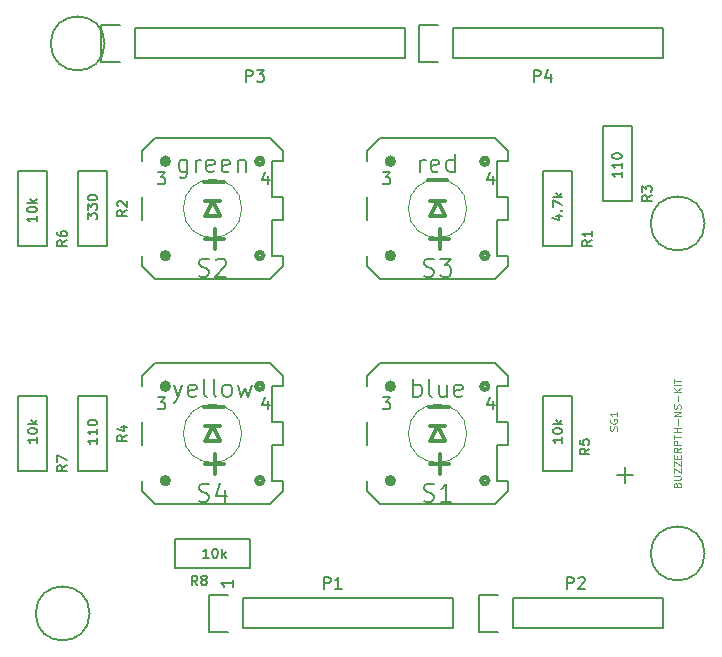
<source format=gto>
G04 #@! TF.FileFunction,Legend,Top*
%FSLAX46Y46*%
G04 Gerber Fmt 4.6, Leading zero omitted, Abs format (unit mm)*
G04 Created by KiCad (PCBNEW 4.0.1-4.201602120846+6195~38~ubuntu15.10.1-stable) date Mon 15 Feb 2016 03:11:55 PM IST*
%MOMM*%
G01*
G04 APERTURE LIST*
%ADD10C,0.100000*%
%ADD11C,0.150000*%
%ADD12C,0.203200*%
%ADD13C,0.304800*%
%ADD14C,0.101600*%
%ADD15C,0.449580*%
%ADD16C,0.127000*%
%ADD17C,0.152400*%
%ADD18C,0.330200*%
%ADD19C,0.050800*%
G04 APERTURE END LIST*
D10*
D11*
X139390381Y-120999285D02*
X139390381Y-121570714D01*
X139390381Y-121285000D02*
X138390381Y-121285000D01*
X138533238Y-121380238D01*
X138628476Y-121475476D01*
X138676095Y-121570714D01*
X140208000Y-125095000D02*
X157988000Y-125095000D01*
X157988000Y-125095000D02*
X157988000Y-122555000D01*
X157988000Y-122555000D02*
X140208000Y-122555000D01*
X137388000Y-125375000D02*
X138938000Y-125375000D01*
X140208000Y-125095000D02*
X140208000Y-122555000D01*
X138938000Y-122275000D02*
X137388000Y-122275000D01*
X137388000Y-122275000D02*
X137388000Y-125375000D01*
X163068000Y-125095000D02*
X175768000Y-125095000D01*
X175768000Y-125095000D02*
X175768000Y-122555000D01*
X175768000Y-122555000D02*
X163068000Y-122555000D01*
X160248000Y-125375000D02*
X161798000Y-125375000D01*
X163068000Y-125095000D02*
X163068000Y-122555000D01*
X161798000Y-122275000D02*
X160248000Y-122275000D01*
X160248000Y-122275000D02*
X160248000Y-125375000D01*
X131064000Y-76835000D02*
X153924000Y-76835000D01*
X153924000Y-76835000D02*
X153924000Y-74295000D01*
X153924000Y-74295000D02*
X131064000Y-74295000D01*
X128244000Y-77115000D02*
X129794000Y-77115000D01*
X131064000Y-76835000D02*
X131064000Y-74295000D01*
X129794000Y-74015000D02*
X128244000Y-74015000D01*
X128244000Y-74015000D02*
X128244000Y-77115000D01*
X157988000Y-76835000D02*
X175768000Y-76835000D01*
X175768000Y-76835000D02*
X175768000Y-74295000D01*
X175768000Y-74295000D02*
X157988000Y-74295000D01*
X155168000Y-77115000D02*
X156718000Y-77115000D01*
X157988000Y-76835000D02*
X157988000Y-74295000D01*
X156718000Y-74015000D02*
X155168000Y-74015000D01*
X155168000Y-74015000D02*
X155168000Y-77115000D01*
X127254000Y-123825000D02*
G75*
G03X127254000Y-123825000I-2286000J0D01*
G01*
X179324000Y-118745000D02*
G75*
G03X179324000Y-118745000I-2286000J0D01*
G01*
X128524000Y-75565000D02*
G75*
G03X128524000Y-75565000I-2286000J0D01*
G01*
X179324000Y-90805000D02*
G75*
G03X179324000Y-90805000I-2286000J0D01*
G01*
D12*
X165679120Y-92684600D02*
X168076880Y-92684600D01*
X168076880Y-92684600D02*
X168076880Y-86385400D01*
X168076880Y-86385400D02*
X165679120Y-86385400D01*
X165679120Y-86385400D02*
X165679120Y-92684600D01*
X126309120Y-92684600D02*
X128706880Y-92684600D01*
X128706880Y-92684600D02*
X128706880Y-86385400D01*
X128706880Y-86385400D02*
X126309120Y-86385400D01*
X126309120Y-86385400D02*
X126309120Y-92684600D01*
X173156880Y-82575400D02*
X170759120Y-82575400D01*
X170759120Y-82575400D02*
X170759120Y-88874600D01*
X170759120Y-88874600D02*
X173156880Y-88874600D01*
X173156880Y-88874600D02*
X173156880Y-82575400D01*
X126309120Y-111734600D02*
X128706880Y-111734600D01*
X128706880Y-111734600D02*
X128706880Y-105435400D01*
X128706880Y-105435400D02*
X126309120Y-105435400D01*
X126309120Y-105435400D02*
X126309120Y-111734600D01*
X165679120Y-111734600D02*
X168076880Y-111734600D01*
X168076880Y-111734600D02*
X168076880Y-105435400D01*
X168076880Y-105435400D02*
X165679120Y-105435400D01*
X165679120Y-105435400D02*
X165679120Y-111734600D01*
X123626880Y-86385400D02*
X121229120Y-86385400D01*
X121229120Y-86385400D02*
X121229120Y-92684600D01*
X121229120Y-92684600D02*
X123626880Y-92684600D01*
X123626880Y-92684600D02*
X123626880Y-86385400D01*
X121229120Y-111734600D02*
X123626880Y-111734600D01*
X123626880Y-111734600D02*
X123626880Y-105435400D01*
X123626880Y-105435400D02*
X121229120Y-105435400D01*
X121229120Y-105435400D02*
X121229120Y-111734600D01*
X134518400Y-117546120D02*
X134518400Y-119943880D01*
X134518400Y-119943880D02*
X140817600Y-119943880D01*
X140817600Y-119943880D02*
X140817600Y-117546120D01*
X140817600Y-117546120D02*
X134518400Y-117546120D01*
X150718520Y-112582960D02*
X150718520Y-113433860D01*
X151869140Y-114584480D02*
X161566860Y-114584480D01*
X162717480Y-113433860D02*
X162717480Y-112582960D01*
X162717480Y-109583220D02*
X162717480Y-107586780D01*
X162717480Y-104587040D02*
X162717480Y-103736140D01*
X161566860Y-102585520D02*
X151869140Y-102585520D01*
X150718520Y-103736140D02*
X150718520Y-104587040D01*
X150718520Y-107586780D02*
X150718520Y-109583220D01*
X161566860Y-114584480D02*
X162717480Y-113433860D01*
X150718520Y-113433860D02*
X151869140Y-114584480D01*
X151869140Y-102585520D02*
X150718520Y-103736140D01*
X162717480Y-103736140D02*
X161566860Y-102585520D01*
X162717480Y-109583220D02*
X161716720Y-109583220D01*
X161716720Y-109583220D02*
X161716720Y-112582960D01*
X161716720Y-112582960D02*
X162717480Y-112582960D01*
X162717480Y-107586780D02*
X161716720Y-107586780D01*
X161716720Y-107586780D02*
X161716720Y-104587040D01*
X161716720Y-104587040D02*
X162717480Y-104587040D01*
D13*
X157353000Y-109220000D02*
X156718000Y-109220000D01*
X156718000Y-109220000D02*
X156083000Y-109220000D01*
X156083000Y-109220000D02*
X156718000Y-107950000D01*
X156718000Y-107950000D02*
X157353000Y-109220000D01*
X157353000Y-107950000D02*
X156718000Y-107950000D01*
X156718000Y-107950000D02*
X156083000Y-107950000D01*
D14*
X159189366Y-108585000D02*
G75*
G03X159189366Y-108585000I-2471366J0D01*
G01*
D15*
X153000224Y-112582960D02*
G75*
G03X153000224Y-112582960I-280184J0D01*
G01*
X160996144Y-112582960D02*
G75*
G03X160996144Y-112582960I-280184J0D01*
G01*
X160996144Y-104587040D02*
G75*
G03X160996144Y-104587040I-280184J0D01*
G01*
X153000224Y-104587040D02*
G75*
G03X153000224Y-104587040I-280184J0D01*
G01*
D12*
X131668520Y-93532960D02*
X131668520Y-94383860D01*
X132819140Y-95534480D02*
X142516860Y-95534480D01*
X143667480Y-94383860D02*
X143667480Y-93532960D01*
X143667480Y-90533220D02*
X143667480Y-88536780D01*
X143667480Y-85537040D02*
X143667480Y-84686140D01*
X142516860Y-83535520D02*
X132819140Y-83535520D01*
X131668520Y-84686140D02*
X131668520Y-85537040D01*
X131668520Y-88536780D02*
X131668520Y-90533220D01*
X142516860Y-95534480D02*
X143667480Y-94383860D01*
X131668520Y-94383860D02*
X132819140Y-95534480D01*
X132819140Y-83535520D02*
X131668520Y-84686140D01*
X143667480Y-84686140D02*
X142516860Y-83535520D01*
X143667480Y-90533220D02*
X142666720Y-90533220D01*
X142666720Y-90533220D02*
X142666720Y-93532960D01*
X142666720Y-93532960D02*
X143667480Y-93532960D01*
X143667480Y-88536780D02*
X142666720Y-88536780D01*
X142666720Y-88536780D02*
X142666720Y-85537040D01*
X142666720Y-85537040D02*
X143667480Y-85537040D01*
D13*
X138303000Y-90170000D02*
X137668000Y-90170000D01*
X137668000Y-90170000D02*
X137033000Y-90170000D01*
X137033000Y-90170000D02*
X137668000Y-88900000D01*
X137668000Y-88900000D02*
X138303000Y-90170000D01*
X138303000Y-88900000D02*
X137668000Y-88900000D01*
X137668000Y-88900000D02*
X137033000Y-88900000D01*
D14*
X140139366Y-89535000D02*
G75*
G03X140139366Y-89535000I-2471366J0D01*
G01*
D15*
X133950224Y-93532960D02*
G75*
G03X133950224Y-93532960I-280184J0D01*
G01*
X141946144Y-93532960D02*
G75*
G03X141946144Y-93532960I-280184J0D01*
G01*
X141946144Y-85537040D02*
G75*
G03X141946144Y-85537040I-280184J0D01*
G01*
X133950224Y-85537040D02*
G75*
G03X133950224Y-85537040I-280184J0D01*
G01*
D12*
X150718520Y-93532960D02*
X150718520Y-94383860D01*
X151869140Y-95534480D02*
X161566860Y-95534480D01*
X162717480Y-94383860D02*
X162717480Y-93532960D01*
X162717480Y-90533220D02*
X162717480Y-88536780D01*
X162717480Y-85537040D02*
X162717480Y-84686140D01*
X161566860Y-83535520D02*
X151869140Y-83535520D01*
X150718520Y-84686140D02*
X150718520Y-85537040D01*
X150718520Y-88536780D02*
X150718520Y-90533220D01*
X161566860Y-95534480D02*
X162717480Y-94383860D01*
X150718520Y-94383860D02*
X151869140Y-95534480D01*
X151869140Y-83535520D02*
X150718520Y-84686140D01*
X162717480Y-84686140D02*
X161566860Y-83535520D01*
X162717480Y-90533220D02*
X161716720Y-90533220D01*
X161716720Y-90533220D02*
X161716720Y-93532960D01*
X161716720Y-93532960D02*
X162717480Y-93532960D01*
X162717480Y-88536780D02*
X161716720Y-88536780D01*
X161716720Y-88536780D02*
X161716720Y-85537040D01*
X161716720Y-85537040D02*
X162717480Y-85537040D01*
D13*
X157353000Y-90170000D02*
X156718000Y-90170000D01*
X156718000Y-90170000D02*
X156083000Y-90170000D01*
X156083000Y-90170000D02*
X156718000Y-88900000D01*
X156718000Y-88900000D02*
X157353000Y-90170000D01*
X157353000Y-88900000D02*
X156718000Y-88900000D01*
X156718000Y-88900000D02*
X156083000Y-88900000D01*
D14*
X159189366Y-89535000D02*
G75*
G03X159189366Y-89535000I-2471366J0D01*
G01*
D15*
X153000224Y-93532960D02*
G75*
G03X153000224Y-93532960I-280184J0D01*
G01*
X160996144Y-93532960D02*
G75*
G03X160996144Y-93532960I-280184J0D01*
G01*
X160996144Y-85537040D02*
G75*
G03X160996144Y-85537040I-280184J0D01*
G01*
X153000224Y-85537040D02*
G75*
G03X153000224Y-85537040I-280184J0D01*
G01*
D12*
X131668520Y-112582960D02*
X131668520Y-113433860D01*
X132819140Y-114584480D02*
X142516860Y-114584480D01*
X143667480Y-113433860D02*
X143667480Y-112582960D01*
X143667480Y-109583220D02*
X143667480Y-107586780D01*
X143667480Y-104587040D02*
X143667480Y-103736140D01*
X142516860Y-102585520D02*
X132819140Y-102585520D01*
X131668520Y-103736140D02*
X131668520Y-104587040D01*
X131668520Y-107586780D02*
X131668520Y-109583220D01*
X142516860Y-114584480D02*
X143667480Y-113433860D01*
X131668520Y-113433860D02*
X132819140Y-114584480D01*
X132819140Y-102585520D02*
X131668520Y-103736140D01*
X143667480Y-103736140D02*
X142516860Y-102585520D01*
X143667480Y-109583220D02*
X142666720Y-109583220D01*
X142666720Y-109583220D02*
X142666720Y-112582960D01*
X142666720Y-112582960D02*
X143667480Y-112582960D01*
X143667480Y-107586780D02*
X142666720Y-107586780D01*
X142666720Y-107586780D02*
X142666720Y-104587040D01*
X142666720Y-104587040D02*
X143667480Y-104587040D01*
D13*
X138303000Y-109220000D02*
X137668000Y-109220000D01*
X137668000Y-109220000D02*
X137033000Y-109220000D01*
X137033000Y-109220000D02*
X137668000Y-107950000D01*
X137668000Y-107950000D02*
X138303000Y-109220000D01*
X138303000Y-107950000D02*
X137668000Y-107950000D01*
X137668000Y-107950000D02*
X137033000Y-107950000D01*
D14*
X140139366Y-108585000D02*
G75*
G03X140139366Y-108585000I-2471366J0D01*
G01*
D15*
X133950224Y-112582960D02*
G75*
G03X133950224Y-112582960I-280184J0D01*
G01*
X141946144Y-112582960D02*
G75*
G03X141946144Y-112582960I-280184J0D01*
G01*
X141946144Y-104587040D02*
G75*
G03X141946144Y-104587040I-280184J0D01*
G01*
X133950224Y-104587040D02*
G75*
G03X133950224Y-104587040I-280184J0D01*
G01*
D11*
X147089905Y-121737381D02*
X147089905Y-120737381D01*
X147470858Y-120737381D01*
X147566096Y-120785000D01*
X147613715Y-120832619D01*
X147661334Y-120927857D01*
X147661334Y-121070714D01*
X147613715Y-121165952D01*
X147566096Y-121213571D01*
X147470858Y-121261190D01*
X147089905Y-121261190D01*
X148613715Y-121737381D02*
X148042286Y-121737381D01*
X148328000Y-121737381D02*
X148328000Y-120737381D01*
X148232762Y-120880238D01*
X148137524Y-120975476D01*
X148042286Y-121023095D01*
X167663905Y-121737381D02*
X167663905Y-120737381D01*
X168044858Y-120737381D01*
X168140096Y-120785000D01*
X168187715Y-120832619D01*
X168235334Y-120927857D01*
X168235334Y-121070714D01*
X168187715Y-121165952D01*
X168140096Y-121213571D01*
X168044858Y-121261190D01*
X167663905Y-121261190D01*
X168616286Y-120832619D02*
X168663905Y-120785000D01*
X168759143Y-120737381D01*
X168997239Y-120737381D01*
X169092477Y-120785000D01*
X169140096Y-120832619D01*
X169187715Y-120927857D01*
X169187715Y-121023095D01*
X169140096Y-121165952D01*
X168568667Y-121737381D01*
X169187715Y-121737381D01*
X140485905Y-78811381D02*
X140485905Y-77811381D01*
X140866858Y-77811381D01*
X140962096Y-77859000D01*
X141009715Y-77906619D01*
X141057334Y-78001857D01*
X141057334Y-78144714D01*
X141009715Y-78239952D01*
X140962096Y-78287571D01*
X140866858Y-78335190D01*
X140485905Y-78335190D01*
X141390667Y-77811381D02*
X142009715Y-77811381D01*
X141676381Y-78192333D01*
X141819239Y-78192333D01*
X141914477Y-78239952D01*
X141962096Y-78287571D01*
X142009715Y-78382810D01*
X142009715Y-78620905D01*
X141962096Y-78716143D01*
X141914477Y-78763762D01*
X141819239Y-78811381D01*
X141533524Y-78811381D01*
X141438286Y-78763762D01*
X141390667Y-78716143D01*
X164869905Y-78811381D02*
X164869905Y-77811381D01*
X165250858Y-77811381D01*
X165346096Y-77859000D01*
X165393715Y-77906619D01*
X165441334Y-78001857D01*
X165441334Y-78144714D01*
X165393715Y-78239952D01*
X165346096Y-78287571D01*
X165250858Y-78335190D01*
X164869905Y-78335190D01*
X166298477Y-78144714D02*
X166298477Y-78811381D01*
X166060381Y-77763762D02*
X165822286Y-78478048D01*
X166441334Y-78478048D01*
D16*
X169785695Y-92210466D02*
X169398648Y-92481399D01*
X169785695Y-92674923D02*
X168972895Y-92674923D01*
X168972895Y-92365285D01*
X169011600Y-92287876D01*
X169050305Y-92249171D01*
X169127714Y-92210466D01*
X169243829Y-92210466D01*
X169321238Y-92249171D01*
X169359943Y-92287876D01*
X169398648Y-92365285D01*
X169398648Y-92674923D01*
X169785695Y-91436371D02*
X169785695Y-91900828D01*
X169785695Y-91668599D02*
X168972895Y-91668599D01*
X169089010Y-91746009D01*
X169166419Y-91823418D01*
X169205124Y-91900828D01*
X166729229Y-90137342D02*
X167271095Y-90137342D01*
X166419590Y-90330866D02*
X167000162Y-90524390D01*
X167000162Y-90021228D01*
X167193686Y-89711590D02*
X167232390Y-89672885D01*
X167271095Y-89711590D01*
X167232390Y-89750295D01*
X167193686Y-89711590D01*
X167271095Y-89711590D01*
X166458295Y-89401952D02*
X166458295Y-88860085D01*
X167271095Y-89208428D01*
X167271095Y-88550447D02*
X166458295Y-88550447D01*
X166961457Y-88473038D02*
X167271095Y-88240809D01*
X166729229Y-88240809D02*
X167038867Y-88550447D01*
X130415695Y-89670466D02*
X130028648Y-89941399D01*
X130415695Y-90134923D02*
X129602895Y-90134923D01*
X129602895Y-89825285D01*
X129641600Y-89747876D01*
X129680305Y-89709171D01*
X129757714Y-89670466D01*
X129873829Y-89670466D01*
X129951238Y-89709171D01*
X129989943Y-89747876D01*
X130028648Y-89825285D01*
X130028648Y-90134923D01*
X129680305Y-89360828D02*
X129641600Y-89322123D01*
X129602895Y-89244714D01*
X129602895Y-89051190D01*
X129641600Y-88973780D01*
X129680305Y-88935076D01*
X129757714Y-88896371D01*
X129835124Y-88896371D01*
X129951238Y-88935076D01*
X130415695Y-89399533D01*
X130415695Y-88896371D01*
X127088295Y-90427628D02*
X127088295Y-89924466D01*
X127397933Y-90195399D01*
X127397933Y-90079285D01*
X127436638Y-90001875D01*
X127475343Y-89963171D01*
X127552752Y-89924466D01*
X127746276Y-89924466D01*
X127823686Y-89963171D01*
X127862390Y-90001875D01*
X127901095Y-90079285D01*
X127901095Y-90311513D01*
X127862390Y-90388923D01*
X127823686Y-90427628D01*
X127088295Y-89653533D02*
X127088295Y-89150371D01*
X127397933Y-89421304D01*
X127397933Y-89305190D01*
X127436638Y-89227780D01*
X127475343Y-89189076D01*
X127552752Y-89150371D01*
X127746276Y-89150371D01*
X127823686Y-89189076D01*
X127862390Y-89227780D01*
X127901095Y-89305190D01*
X127901095Y-89537418D01*
X127862390Y-89614828D01*
X127823686Y-89653533D01*
X127088295Y-88647209D02*
X127088295Y-88569800D01*
X127127000Y-88492390D01*
X127165705Y-88453685D01*
X127243114Y-88414981D01*
X127397933Y-88376276D01*
X127591457Y-88376276D01*
X127746276Y-88414981D01*
X127823686Y-88453685D01*
X127862390Y-88492390D01*
X127901095Y-88569800D01*
X127901095Y-88647209D01*
X127862390Y-88724619D01*
X127823686Y-88763323D01*
X127746276Y-88802028D01*
X127591457Y-88840733D01*
X127397933Y-88840733D01*
X127243114Y-88802028D01*
X127165705Y-88763323D01*
X127127000Y-88724619D01*
X127088295Y-88647209D01*
X174865695Y-88400466D02*
X174478648Y-88671399D01*
X174865695Y-88864923D02*
X174052895Y-88864923D01*
X174052895Y-88555285D01*
X174091600Y-88477876D01*
X174130305Y-88439171D01*
X174207714Y-88400466D01*
X174323829Y-88400466D01*
X174401238Y-88439171D01*
X174439943Y-88477876D01*
X174478648Y-88555285D01*
X174478648Y-88864923D01*
X174052895Y-88129533D02*
X174052895Y-87626371D01*
X174362533Y-87897304D01*
X174362533Y-87781190D01*
X174401238Y-87703780D01*
X174439943Y-87665076D01*
X174517352Y-87626371D01*
X174710876Y-87626371D01*
X174788286Y-87665076D01*
X174826990Y-87703780D01*
X174865695Y-87781190D01*
X174865695Y-88013418D01*
X174826990Y-88090828D01*
X174788286Y-88129533D01*
X172300295Y-86419266D02*
X172300295Y-86883723D01*
X172300295Y-86651494D02*
X171487495Y-86651494D01*
X171603610Y-86728904D01*
X171681019Y-86806313D01*
X171719724Y-86883723D01*
X172300295Y-85645171D02*
X172300295Y-86109628D01*
X172300295Y-85877399D02*
X171487495Y-85877399D01*
X171603610Y-85954809D01*
X171681019Y-86032218D01*
X171719724Y-86109628D01*
X171487495Y-85142009D02*
X171487495Y-85064600D01*
X171526200Y-84987190D01*
X171564905Y-84948485D01*
X171642314Y-84909781D01*
X171797133Y-84871076D01*
X171990657Y-84871076D01*
X172145476Y-84909781D01*
X172222886Y-84948485D01*
X172261590Y-84987190D01*
X172300295Y-85064600D01*
X172300295Y-85142009D01*
X172261590Y-85219419D01*
X172222886Y-85258123D01*
X172145476Y-85296828D01*
X171990657Y-85335533D01*
X171797133Y-85335533D01*
X171642314Y-85296828D01*
X171564905Y-85258123D01*
X171526200Y-85219419D01*
X171487495Y-85142009D01*
X130415695Y-108720466D02*
X130028648Y-108991399D01*
X130415695Y-109184923D02*
X129602895Y-109184923D01*
X129602895Y-108875285D01*
X129641600Y-108797876D01*
X129680305Y-108759171D01*
X129757714Y-108720466D01*
X129873829Y-108720466D01*
X129951238Y-108759171D01*
X129989943Y-108797876D01*
X130028648Y-108875285D01*
X130028648Y-109184923D01*
X129873829Y-108023780D02*
X130415695Y-108023780D01*
X129564190Y-108217304D02*
X130144762Y-108410828D01*
X130144762Y-107907666D01*
X127901095Y-108974466D02*
X127901095Y-109438923D01*
X127901095Y-109206694D02*
X127088295Y-109206694D01*
X127204410Y-109284104D01*
X127281819Y-109361513D01*
X127320524Y-109438923D01*
X127901095Y-108200371D02*
X127901095Y-108664828D01*
X127901095Y-108432599D02*
X127088295Y-108432599D01*
X127204410Y-108510009D01*
X127281819Y-108587418D01*
X127320524Y-108664828D01*
X127088295Y-107697209D02*
X127088295Y-107619800D01*
X127127000Y-107542390D01*
X127165705Y-107503685D01*
X127243114Y-107464981D01*
X127397933Y-107426276D01*
X127591457Y-107426276D01*
X127746276Y-107464981D01*
X127823686Y-107503685D01*
X127862390Y-107542390D01*
X127901095Y-107619800D01*
X127901095Y-107697209D01*
X127862390Y-107774619D01*
X127823686Y-107813323D01*
X127746276Y-107852028D01*
X127591457Y-107890733D01*
X127397933Y-107890733D01*
X127243114Y-107852028D01*
X127165705Y-107813323D01*
X127127000Y-107774619D01*
X127088295Y-107697209D01*
X169557095Y-109863466D02*
X169170048Y-110134399D01*
X169557095Y-110327923D02*
X168744295Y-110327923D01*
X168744295Y-110018285D01*
X168783000Y-109940876D01*
X168821705Y-109902171D01*
X168899114Y-109863466D01*
X169015229Y-109863466D01*
X169092638Y-109902171D01*
X169131343Y-109940876D01*
X169170048Y-110018285D01*
X169170048Y-110327923D01*
X168744295Y-109128076D02*
X168744295Y-109515123D01*
X169131343Y-109553828D01*
X169092638Y-109515123D01*
X169053933Y-109437714D01*
X169053933Y-109244190D01*
X169092638Y-109166780D01*
X169131343Y-109128076D01*
X169208752Y-109089371D01*
X169402276Y-109089371D01*
X169479686Y-109128076D01*
X169518390Y-109166780D01*
X169557095Y-109244190D01*
X169557095Y-109437714D01*
X169518390Y-109515123D01*
X169479686Y-109553828D01*
X167271095Y-108916409D02*
X167271095Y-109380866D01*
X167271095Y-109148637D02*
X166458295Y-109148637D01*
X166574410Y-109226047D01*
X166651819Y-109303456D01*
X166690524Y-109380866D01*
X166458295Y-108413247D02*
X166458295Y-108335838D01*
X166497000Y-108258428D01*
X166535705Y-108219723D01*
X166613114Y-108181019D01*
X166767933Y-108142314D01*
X166961457Y-108142314D01*
X167116276Y-108181019D01*
X167193686Y-108219723D01*
X167232390Y-108258428D01*
X167271095Y-108335838D01*
X167271095Y-108413247D01*
X167232390Y-108490657D01*
X167193686Y-108529361D01*
X167116276Y-108568066D01*
X166961457Y-108606771D01*
X166767933Y-108606771D01*
X166613114Y-108568066D01*
X166535705Y-108529361D01*
X166497000Y-108490657D01*
X166458295Y-108413247D01*
X167271095Y-107793971D02*
X166458295Y-107793971D01*
X166961457Y-107716562D02*
X167271095Y-107484333D01*
X166729229Y-107484333D02*
X167038867Y-107793971D01*
X125335695Y-92210466D02*
X124948648Y-92481399D01*
X125335695Y-92674923D02*
X124522895Y-92674923D01*
X124522895Y-92365285D01*
X124561600Y-92287876D01*
X124600305Y-92249171D01*
X124677714Y-92210466D01*
X124793829Y-92210466D01*
X124871238Y-92249171D01*
X124909943Y-92287876D01*
X124948648Y-92365285D01*
X124948648Y-92674923D01*
X124522895Y-91513780D02*
X124522895Y-91668599D01*
X124561600Y-91746009D01*
X124600305Y-91784714D01*
X124716419Y-91862123D01*
X124871238Y-91900828D01*
X125180876Y-91900828D01*
X125258286Y-91862123D01*
X125296990Y-91823418D01*
X125335695Y-91746009D01*
X125335695Y-91591190D01*
X125296990Y-91513780D01*
X125258286Y-91475076D01*
X125180876Y-91436371D01*
X124987352Y-91436371D01*
X124909943Y-91475076D01*
X124871238Y-91513780D01*
X124832533Y-91591190D01*
X124832533Y-91746009D01*
X124871238Y-91823418D01*
X124909943Y-91862123D01*
X124987352Y-91900828D01*
X122770295Y-90171209D02*
X122770295Y-90635666D01*
X122770295Y-90403437D02*
X121957495Y-90403437D01*
X122073610Y-90480847D01*
X122151019Y-90558256D01*
X122189724Y-90635666D01*
X121957495Y-89668047D02*
X121957495Y-89590638D01*
X121996200Y-89513228D01*
X122034905Y-89474523D01*
X122112314Y-89435819D01*
X122267133Y-89397114D01*
X122460657Y-89397114D01*
X122615476Y-89435819D01*
X122692886Y-89474523D01*
X122731590Y-89513228D01*
X122770295Y-89590638D01*
X122770295Y-89668047D01*
X122731590Y-89745457D01*
X122692886Y-89784161D01*
X122615476Y-89822866D01*
X122460657Y-89861571D01*
X122267133Y-89861571D01*
X122112314Y-89822866D01*
X122034905Y-89784161D01*
X121996200Y-89745457D01*
X121957495Y-89668047D01*
X122770295Y-89048771D02*
X121957495Y-89048771D01*
X122460657Y-88971362D02*
X122770295Y-88739133D01*
X122228429Y-88739133D02*
X122538067Y-89048771D01*
X125335695Y-111260466D02*
X124948648Y-111531399D01*
X125335695Y-111724923D02*
X124522895Y-111724923D01*
X124522895Y-111415285D01*
X124561600Y-111337876D01*
X124600305Y-111299171D01*
X124677714Y-111260466D01*
X124793829Y-111260466D01*
X124871238Y-111299171D01*
X124909943Y-111337876D01*
X124948648Y-111415285D01*
X124948648Y-111724923D01*
X124522895Y-110989533D02*
X124522895Y-110447666D01*
X125335695Y-110796009D01*
X122821095Y-108916409D02*
X122821095Y-109380866D01*
X122821095Y-109148637D02*
X122008295Y-109148637D01*
X122124410Y-109226047D01*
X122201819Y-109303456D01*
X122240524Y-109380866D01*
X122008295Y-108413247D02*
X122008295Y-108335838D01*
X122047000Y-108258428D01*
X122085705Y-108219723D01*
X122163114Y-108181019D01*
X122317933Y-108142314D01*
X122511457Y-108142314D01*
X122666276Y-108181019D01*
X122743686Y-108219723D01*
X122782390Y-108258428D01*
X122821095Y-108335838D01*
X122821095Y-108413247D01*
X122782390Y-108490657D01*
X122743686Y-108529361D01*
X122666276Y-108568066D01*
X122511457Y-108606771D01*
X122317933Y-108606771D01*
X122163114Y-108568066D01*
X122085705Y-108529361D01*
X122047000Y-108490657D01*
X122008295Y-108413247D01*
X122821095Y-107793971D02*
X122008295Y-107793971D01*
X122511457Y-107716562D02*
X122821095Y-107484333D01*
X122279229Y-107484333D02*
X122588867Y-107793971D01*
X136389534Y-121424095D02*
X136118601Y-121037048D01*
X135925077Y-121424095D02*
X135925077Y-120611295D01*
X136234715Y-120611295D01*
X136312124Y-120650000D01*
X136350829Y-120688705D01*
X136389534Y-120766114D01*
X136389534Y-120882229D01*
X136350829Y-120959638D01*
X136312124Y-120998343D01*
X136234715Y-121037048D01*
X135925077Y-121037048D01*
X136853991Y-120959638D02*
X136776582Y-120920933D01*
X136737877Y-120882229D01*
X136699172Y-120804819D01*
X136699172Y-120766114D01*
X136737877Y-120688705D01*
X136776582Y-120650000D01*
X136853991Y-120611295D01*
X137008810Y-120611295D01*
X137086220Y-120650000D01*
X137124924Y-120688705D01*
X137163629Y-120766114D01*
X137163629Y-120804819D01*
X137124924Y-120882229D01*
X137086220Y-120920933D01*
X137008810Y-120959638D01*
X136853991Y-120959638D01*
X136776582Y-120998343D01*
X136737877Y-121037048D01*
X136699172Y-121114457D01*
X136699172Y-121269276D01*
X136737877Y-121346686D01*
X136776582Y-121385390D01*
X136853991Y-121424095D01*
X137008810Y-121424095D01*
X137086220Y-121385390D01*
X137124924Y-121346686D01*
X137163629Y-121269276D01*
X137163629Y-121114457D01*
X137124924Y-121037048D01*
X137086220Y-120998343D01*
X137008810Y-120959638D01*
X137336591Y-119138095D02*
X136872134Y-119138095D01*
X137104363Y-119138095D02*
X137104363Y-118325295D01*
X137026953Y-118441410D01*
X136949544Y-118518819D01*
X136872134Y-118557524D01*
X137839753Y-118325295D02*
X137917162Y-118325295D01*
X137994572Y-118364000D01*
X138033277Y-118402705D01*
X138071981Y-118480114D01*
X138110686Y-118634933D01*
X138110686Y-118828457D01*
X138071981Y-118983276D01*
X138033277Y-119060686D01*
X137994572Y-119099390D01*
X137917162Y-119138095D01*
X137839753Y-119138095D01*
X137762343Y-119099390D01*
X137723639Y-119060686D01*
X137684934Y-118983276D01*
X137646229Y-118828457D01*
X137646229Y-118634933D01*
X137684934Y-118480114D01*
X137723639Y-118402705D01*
X137762343Y-118364000D01*
X137839753Y-118325295D01*
X138459029Y-119138095D02*
X138459029Y-118325295D01*
X138536438Y-118828457D02*
X138768667Y-119138095D01*
X138768667Y-118596229D02*
X138459029Y-118905867D01*
D11*
X155556857Y-114281857D02*
X155774571Y-114354429D01*
X156137428Y-114354429D01*
X156282571Y-114281857D01*
X156355142Y-114209286D01*
X156427714Y-114064143D01*
X156427714Y-113919000D01*
X156355142Y-113773857D01*
X156282571Y-113701286D01*
X156137428Y-113628714D01*
X155847142Y-113556143D01*
X155702000Y-113483571D01*
X155629428Y-113411000D01*
X155556857Y-113265857D01*
X155556857Y-113120714D01*
X155629428Y-112975571D01*
X155702000Y-112903000D01*
X155847142Y-112830429D01*
X156210000Y-112830429D01*
X156427714Y-112903000D01*
X157879143Y-114354429D02*
X157008286Y-114354429D01*
X157443714Y-114354429D02*
X157443714Y-112830429D01*
X157298571Y-113048143D01*
X157153429Y-113193286D01*
X157008286Y-113265857D01*
X154649714Y-105464429D02*
X154649714Y-103940429D01*
X154649714Y-104521000D02*
X154794857Y-104448429D01*
X155085143Y-104448429D01*
X155230286Y-104521000D01*
X155302857Y-104593571D01*
X155375428Y-104738714D01*
X155375428Y-105174143D01*
X155302857Y-105319286D01*
X155230286Y-105391857D01*
X155085143Y-105464429D01*
X154794857Y-105464429D01*
X154649714Y-105391857D01*
X156246285Y-105464429D02*
X156101143Y-105391857D01*
X156028571Y-105246714D01*
X156028571Y-103940429D01*
X157480000Y-104448429D02*
X157480000Y-105464429D01*
X156826857Y-104448429D02*
X156826857Y-105246714D01*
X156899429Y-105391857D01*
X157044571Y-105464429D01*
X157262286Y-105464429D01*
X157407429Y-105391857D01*
X157480000Y-105319286D01*
X158786286Y-105391857D02*
X158641143Y-105464429D01*
X158350857Y-105464429D01*
X158205714Y-105391857D01*
X158133143Y-105246714D01*
X158133143Y-104666143D01*
X158205714Y-104521000D01*
X158350857Y-104448429D01*
X158641143Y-104448429D01*
X158786286Y-104521000D01*
X158858857Y-104666143D01*
X158858857Y-104811286D01*
X158133143Y-104956429D01*
D17*
X152089274Y-105536879D02*
X152718226Y-105536879D01*
X152379560Y-105923927D01*
X152524702Y-105923927D01*
X152621464Y-105972308D01*
X152669845Y-106020689D01*
X152718226Y-106117450D01*
X152718226Y-106359355D01*
X152669845Y-106456117D01*
X152621464Y-106504498D01*
X152524702Y-106552879D01*
X152234417Y-106552879D01*
X152137655Y-106504498D01*
X152089274Y-106456117D01*
X161417484Y-105875546D02*
X161417484Y-106552879D01*
X161175580Y-105488498D02*
X160933675Y-106214212D01*
X161562627Y-106214212D01*
D18*
X156051915Y-111153847D02*
X157714285Y-111153847D01*
X156883100Y-111985032D02*
X156883100Y-110322662D01*
X156001115Y-106353247D02*
X157663485Y-106353247D01*
D11*
X136506857Y-95231857D02*
X136724571Y-95304429D01*
X137087428Y-95304429D01*
X137232571Y-95231857D01*
X137305142Y-95159286D01*
X137377714Y-95014143D01*
X137377714Y-94869000D01*
X137305142Y-94723857D01*
X137232571Y-94651286D01*
X137087428Y-94578714D01*
X136797142Y-94506143D01*
X136652000Y-94433571D01*
X136579428Y-94361000D01*
X136506857Y-94215857D01*
X136506857Y-94070714D01*
X136579428Y-93925571D01*
X136652000Y-93853000D01*
X136797142Y-93780429D01*
X137160000Y-93780429D01*
X137377714Y-93853000D01*
X137958286Y-93925571D02*
X138030857Y-93853000D01*
X138176000Y-93780429D01*
X138538857Y-93780429D01*
X138684000Y-93853000D01*
X138756571Y-93925571D01*
X138829143Y-94070714D01*
X138829143Y-94215857D01*
X138756571Y-94433571D01*
X137885714Y-95304429D01*
X138829143Y-95304429D01*
X135527143Y-85398429D02*
X135527143Y-86632143D01*
X135454572Y-86777286D01*
X135382000Y-86849857D01*
X135236857Y-86922429D01*
X135019143Y-86922429D01*
X134874000Y-86849857D01*
X135527143Y-86341857D02*
X135382000Y-86414429D01*
X135091714Y-86414429D01*
X134946572Y-86341857D01*
X134874000Y-86269286D01*
X134801429Y-86124143D01*
X134801429Y-85688714D01*
X134874000Y-85543571D01*
X134946572Y-85471000D01*
X135091714Y-85398429D01*
X135382000Y-85398429D01*
X135527143Y-85471000D01*
X136252857Y-86414429D02*
X136252857Y-85398429D01*
X136252857Y-85688714D02*
X136325429Y-85543571D01*
X136398000Y-85471000D01*
X136543143Y-85398429D01*
X136688286Y-85398429D01*
X137776858Y-86341857D02*
X137631715Y-86414429D01*
X137341429Y-86414429D01*
X137196286Y-86341857D01*
X137123715Y-86196714D01*
X137123715Y-85616143D01*
X137196286Y-85471000D01*
X137341429Y-85398429D01*
X137631715Y-85398429D01*
X137776858Y-85471000D01*
X137849429Y-85616143D01*
X137849429Y-85761286D01*
X137123715Y-85906429D01*
X139083144Y-86341857D02*
X138938001Y-86414429D01*
X138647715Y-86414429D01*
X138502572Y-86341857D01*
X138430001Y-86196714D01*
X138430001Y-85616143D01*
X138502572Y-85471000D01*
X138647715Y-85398429D01*
X138938001Y-85398429D01*
X139083144Y-85471000D01*
X139155715Y-85616143D01*
X139155715Y-85761286D01*
X138430001Y-85906429D01*
X139808858Y-85398429D02*
X139808858Y-86414429D01*
X139808858Y-85543571D02*
X139881430Y-85471000D01*
X140026572Y-85398429D01*
X140244287Y-85398429D01*
X140389430Y-85471000D01*
X140462001Y-85616143D01*
X140462001Y-86414429D01*
D17*
X133039274Y-86486879D02*
X133668226Y-86486879D01*
X133329560Y-86873927D01*
X133474702Y-86873927D01*
X133571464Y-86922308D01*
X133619845Y-86970689D01*
X133668226Y-87067450D01*
X133668226Y-87309355D01*
X133619845Y-87406117D01*
X133571464Y-87454498D01*
X133474702Y-87502879D01*
X133184417Y-87502879D01*
X133087655Y-87454498D01*
X133039274Y-87406117D01*
X142367484Y-86825546D02*
X142367484Y-87502879D01*
X142125580Y-86438498D02*
X141883675Y-87164212D01*
X142512627Y-87164212D01*
D18*
X137001915Y-92103847D02*
X138664285Y-92103847D01*
X137833100Y-92935032D02*
X137833100Y-91272662D01*
X136951115Y-87303247D02*
X138613485Y-87303247D01*
D11*
X155556857Y-95231857D02*
X155774571Y-95304429D01*
X156137428Y-95304429D01*
X156282571Y-95231857D01*
X156355142Y-95159286D01*
X156427714Y-95014143D01*
X156427714Y-94869000D01*
X156355142Y-94723857D01*
X156282571Y-94651286D01*
X156137428Y-94578714D01*
X155847142Y-94506143D01*
X155702000Y-94433571D01*
X155629428Y-94361000D01*
X155556857Y-94215857D01*
X155556857Y-94070714D01*
X155629428Y-93925571D01*
X155702000Y-93853000D01*
X155847142Y-93780429D01*
X156210000Y-93780429D01*
X156427714Y-93853000D01*
X156935714Y-93780429D02*
X157879143Y-93780429D01*
X157371143Y-94361000D01*
X157588857Y-94361000D01*
X157734000Y-94433571D01*
X157806571Y-94506143D01*
X157879143Y-94651286D01*
X157879143Y-95014143D01*
X157806571Y-95159286D01*
X157734000Y-95231857D01*
X157588857Y-95304429D01*
X157153429Y-95304429D01*
X157008286Y-95231857D01*
X156935714Y-95159286D01*
X155266571Y-86414429D02*
X155266571Y-85398429D01*
X155266571Y-85688714D02*
X155339143Y-85543571D01*
X155411714Y-85471000D01*
X155556857Y-85398429D01*
X155702000Y-85398429D01*
X156790572Y-86341857D02*
X156645429Y-86414429D01*
X156355143Y-86414429D01*
X156210000Y-86341857D01*
X156137429Y-86196714D01*
X156137429Y-85616143D01*
X156210000Y-85471000D01*
X156355143Y-85398429D01*
X156645429Y-85398429D01*
X156790572Y-85471000D01*
X156863143Y-85616143D01*
X156863143Y-85761286D01*
X156137429Y-85906429D01*
X158169429Y-86414429D02*
X158169429Y-84890429D01*
X158169429Y-86341857D02*
X158024286Y-86414429D01*
X157734000Y-86414429D01*
X157588858Y-86341857D01*
X157516286Y-86269286D01*
X157443715Y-86124143D01*
X157443715Y-85688714D01*
X157516286Y-85543571D01*
X157588858Y-85471000D01*
X157734000Y-85398429D01*
X158024286Y-85398429D01*
X158169429Y-85471000D01*
D17*
X152089274Y-86486879D02*
X152718226Y-86486879D01*
X152379560Y-86873927D01*
X152524702Y-86873927D01*
X152621464Y-86922308D01*
X152669845Y-86970689D01*
X152718226Y-87067450D01*
X152718226Y-87309355D01*
X152669845Y-87406117D01*
X152621464Y-87454498D01*
X152524702Y-87502879D01*
X152234417Y-87502879D01*
X152137655Y-87454498D01*
X152089274Y-87406117D01*
X161417484Y-86825546D02*
X161417484Y-87502879D01*
X161175580Y-86438498D02*
X160933675Y-87164212D01*
X161562627Y-87164212D01*
D18*
X156051915Y-92103847D02*
X157714285Y-92103847D01*
X156883100Y-92935032D02*
X156883100Y-91272662D01*
X155886815Y-87150847D02*
X157549185Y-87150847D01*
D11*
X136506857Y-114281857D02*
X136724571Y-114354429D01*
X137087428Y-114354429D01*
X137232571Y-114281857D01*
X137305142Y-114209286D01*
X137377714Y-114064143D01*
X137377714Y-113919000D01*
X137305142Y-113773857D01*
X137232571Y-113701286D01*
X137087428Y-113628714D01*
X136797142Y-113556143D01*
X136652000Y-113483571D01*
X136579428Y-113411000D01*
X136506857Y-113265857D01*
X136506857Y-113120714D01*
X136579428Y-112975571D01*
X136652000Y-112903000D01*
X136797142Y-112830429D01*
X137160000Y-112830429D01*
X137377714Y-112903000D01*
X138684000Y-113338429D02*
X138684000Y-114354429D01*
X138321143Y-112757857D02*
X137958286Y-113846429D01*
X138901714Y-113846429D01*
X134366000Y-104448429D02*
X134728857Y-105464429D01*
X135091715Y-104448429D02*
X134728857Y-105464429D01*
X134583715Y-105827286D01*
X134511143Y-105899857D01*
X134366000Y-105972429D01*
X136252858Y-105391857D02*
X136107715Y-105464429D01*
X135817429Y-105464429D01*
X135672286Y-105391857D01*
X135599715Y-105246714D01*
X135599715Y-104666143D01*
X135672286Y-104521000D01*
X135817429Y-104448429D01*
X136107715Y-104448429D01*
X136252858Y-104521000D01*
X136325429Y-104666143D01*
X136325429Y-104811286D01*
X135599715Y-104956429D01*
X137196286Y-105464429D02*
X137051144Y-105391857D01*
X136978572Y-105246714D01*
X136978572Y-103940429D01*
X137994572Y-105464429D02*
X137849430Y-105391857D01*
X137776858Y-105246714D01*
X137776858Y-103940429D01*
X138792858Y-105464429D02*
X138647716Y-105391857D01*
X138575144Y-105319286D01*
X138502573Y-105174143D01*
X138502573Y-104738714D01*
X138575144Y-104593571D01*
X138647716Y-104521000D01*
X138792858Y-104448429D01*
X139010573Y-104448429D01*
X139155716Y-104521000D01*
X139228287Y-104593571D01*
X139300858Y-104738714D01*
X139300858Y-105174143D01*
X139228287Y-105319286D01*
X139155716Y-105391857D01*
X139010573Y-105464429D01*
X138792858Y-105464429D01*
X139808858Y-104448429D02*
X140099144Y-105464429D01*
X140389430Y-104738714D01*
X140679715Y-105464429D01*
X140970001Y-104448429D01*
D17*
X133039274Y-105536879D02*
X133668226Y-105536879D01*
X133329560Y-105923927D01*
X133474702Y-105923927D01*
X133571464Y-105972308D01*
X133619845Y-106020689D01*
X133668226Y-106117450D01*
X133668226Y-106359355D01*
X133619845Y-106456117D01*
X133571464Y-106504498D01*
X133474702Y-106552879D01*
X133184417Y-106552879D01*
X133087655Y-106504498D01*
X133039274Y-106456117D01*
X142367484Y-105875546D02*
X142367484Y-106552879D01*
X142125580Y-105488498D02*
X141883675Y-106214212D01*
X142512627Y-106214212D01*
D18*
X137001915Y-111153847D02*
X138664285Y-111153847D01*
X137833100Y-111985032D02*
X137833100Y-110322662D01*
X136951115Y-106353247D02*
X138613485Y-106353247D01*
D19*
X171899943Y-108338257D02*
X171928971Y-108251171D01*
X171928971Y-108106028D01*
X171899943Y-108047971D01*
X171870914Y-108018942D01*
X171812857Y-107989914D01*
X171754800Y-107989914D01*
X171696743Y-108018942D01*
X171667714Y-108047971D01*
X171638686Y-108106028D01*
X171609657Y-108222142D01*
X171580629Y-108280200D01*
X171551600Y-108309228D01*
X171493543Y-108338257D01*
X171435486Y-108338257D01*
X171377429Y-108309228D01*
X171348400Y-108280200D01*
X171319371Y-108222142D01*
X171319371Y-108077000D01*
X171348400Y-107989914D01*
X171348400Y-107409343D02*
X171319371Y-107467400D01*
X171319371Y-107554486D01*
X171348400Y-107641571D01*
X171406457Y-107699629D01*
X171464514Y-107728657D01*
X171580629Y-107757686D01*
X171667714Y-107757686D01*
X171783829Y-107728657D01*
X171841886Y-107699629D01*
X171899943Y-107641571D01*
X171928971Y-107554486D01*
X171928971Y-107496429D01*
X171899943Y-107409343D01*
X171870914Y-107380314D01*
X171667714Y-107380314D01*
X171667714Y-107496429D01*
X171928971Y-106799743D02*
X171928971Y-107148086D01*
X171928971Y-106973914D02*
X171319371Y-106973914D01*
X171406457Y-107031971D01*
X171464514Y-107090029D01*
X171493543Y-107148086D01*
X176994457Y-112924771D02*
X177023486Y-112837685D01*
X177052514Y-112808657D01*
X177110571Y-112779628D01*
X177197657Y-112779628D01*
X177255714Y-112808657D01*
X177284743Y-112837685D01*
X177313771Y-112895743D01*
X177313771Y-113127971D01*
X176704171Y-113127971D01*
X176704171Y-112924771D01*
X176733200Y-112866714D01*
X176762229Y-112837685D01*
X176820286Y-112808657D01*
X176878343Y-112808657D01*
X176936400Y-112837685D01*
X176965429Y-112866714D01*
X176994457Y-112924771D01*
X176994457Y-113127971D01*
X176704171Y-112518371D02*
X177197657Y-112518371D01*
X177255714Y-112489343D01*
X177284743Y-112460314D01*
X177313771Y-112402257D01*
X177313771Y-112286143D01*
X177284743Y-112228085D01*
X177255714Y-112199057D01*
X177197657Y-112170028D01*
X176704171Y-112170028D01*
X176704171Y-111937799D02*
X176704171Y-111531399D01*
X177313771Y-111937799D01*
X177313771Y-111531399D01*
X176704171Y-111357228D02*
X176704171Y-110950828D01*
X177313771Y-111357228D01*
X177313771Y-110950828D01*
X176994457Y-110718600D02*
X176994457Y-110515400D01*
X177313771Y-110428314D02*
X177313771Y-110718600D01*
X176704171Y-110718600D01*
X176704171Y-110428314D01*
X177313771Y-109818714D02*
X177023486Y-110021914D01*
X177313771Y-110167057D02*
X176704171Y-110167057D01*
X176704171Y-109934829D01*
X176733200Y-109876771D01*
X176762229Y-109847743D01*
X176820286Y-109818714D01*
X176907371Y-109818714D01*
X176965429Y-109847743D01*
X176994457Y-109876771D01*
X177023486Y-109934829D01*
X177023486Y-110167057D01*
X177313771Y-109557457D02*
X176704171Y-109557457D01*
X176704171Y-109325229D01*
X176733200Y-109267171D01*
X176762229Y-109238143D01*
X176820286Y-109209114D01*
X176907371Y-109209114D01*
X176965429Y-109238143D01*
X176994457Y-109267171D01*
X177023486Y-109325229D01*
X177023486Y-109557457D01*
X176704171Y-109034943D02*
X176704171Y-108686600D01*
X177313771Y-108860771D02*
X176704171Y-108860771D01*
X177313771Y-108483400D02*
X176704171Y-108483400D01*
X176994457Y-108483400D02*
X176994457Y-108135057D01*
X177313771Y-108135057D02*
X176704171Y-108135057D01*
X177081543Y-107844771D02*
X177081543Y-107380314D01*
X177313771Y-107090028D02*
X176704171Y-107090028D01*
X177313771Y-106741685D01*
X176704171Y-106741685D01*
X177284743Y-106480428D02*
X177313771Y-106393342D01*
X177313771Y-106248199D01*
X177284743Y-106190142D01*
X177255714Y-106161113D01*
X177197657Y-106132085D01*
X177139600Y-106132085D01*
X177081543Y-106161113D01*
X177052514Y-106190142D01*
X177023486Y-106248199D01*
X176994457Y-106364313D01*
X176965429Y-106422371D01*
X176936400Y-106451399D01*
X176878343Y-106480428D01*
X176820286Y-106480428D01*
X176762229Y-106451399D01*
X176733200Y-106422371D01*
X176704171Y-106364313D01*
X176704171Y-106219171D01*
X176733200Y-106132085D01*
X177081543Y-105870828D02*
X177081543Y-105406371D01*
X177313771Y-105116085D02*
X176704171Y-105116085D01*
X177313771Y-104767742D02*
X176965429Y-105028999D01*
X176704171Y-104767742D02*
X177052514Y-105116085D01*
X177313771Y-104506485D02*
X176704171Y-104506485D01*
X176704171Y-104303285D02*
X176704171Y-103954942D01*
X177313771Y-104129113D02*
X176704171Y-104129113D01*
D17*
X172593000Y-112818333D02*
X172593000Y-111463666D01*
X173270333Y-112140999D02*
X171915667Y-112140999D01*
M02*

</source>
